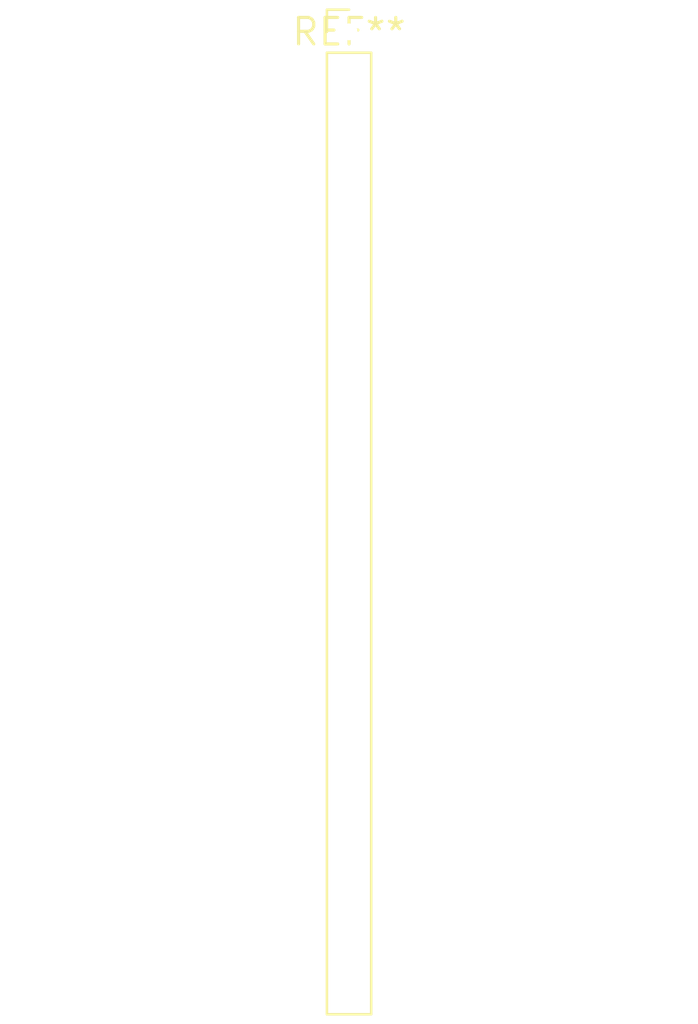
<source format=kicad_pcb>
(kicad_pcb (version 20240108) (generator pcbnew)
  (layers (0 "F.Cu" signal) (31 "B.Cu" signal) (34 "B.Paste" user) (35 "F.Paste" user) (36 "B.SilkS" user "B.Silkscreen") (37 "F.SilkS" user "F.Silkscreen") (38 "B.Mask" user) (39 "F.Mask" user) (44 "Edge.Cuts" user))
  (net 0 "")
  (footprint "PinHeader_1x24_P2.00mm_Vertical" (layer "F.Cu") (at 0 0)
    (property "Reference" "REF**")
    (property "Value" "PinHeader_1x24_P2.00mm_Vertical")
    (fp_line (start -1.06 -1.06) (end 0 -1.06) (layer "F.SilkS") (stroke (width 0.12)))
    (fp_line (start -1.06 0) (end -1.06 -1.06) (layer "F.SilkS") (stroke (width 0.12)))
    (fp_line (start -1.06 1) (end -1.06 47.06) (layer "F.SilkS") (stroke (width 0.12)))
    (fp_line (start -1.06 1) (end 1.06 1) (layer "F.SilkS") (stroke (width 0.12)))
    (fp_line (start -1.06 47.06) (end 1.06 47.06) (layer "F.SilkS") (stroke (width 0.12)))
    (fp_line (start 1.06 1) (end 1.06 47.06) (layer "F.SilkS") (stroke (width 0.12)))
    (pad "1" thru_hole rect (at 0 0) (size 1.35 1.35) (drill 0.8) (layers *.Cu *.Mask) (remove_unused_layers))
    (pad "2" thru_hole oval (at 0 2) (size 1.35 1.35) (drill 0.8) (layers *.Cu *.Mask) (remove_unused_layers))
    (pad "3" thru_hole oval (at 0 4) (size 1.35 1.35) (drill 0.8) (layers *.Cu *.Mask) (remove_unused_layers))
    (pad "4" thru_hole oval (at 0 6) (size 1.35 1.35) (drill 0.8) (layers *.Cu *.Mask) (remove_unused_layers))
    (pad "5" thru_hole oval (at 0 8) (size 1.35 1.35) (drill 0.8) (layers *.Cu *.Mask) (remove_unused_layers))
    (pad "6" thru_hole oval (at 0 10) (size 1.35 1.35) (drill 0.8) (layers *.Cu *.Mask) (remove_unused_layers))
    (pad "7" thru_hole oval (at 0 12) (size 1.35 1.35) (drill 0.8) (layers *.Cu *.Mask) (remove_unused_layers))
    (pad "8" thru_hole oval (at 0 14) (size 1.35 1.35) (drill 0.8) (layers *.Cu *.Mask) (remove_unused_layers))
    (pad "9" thru_hole oval (at 0 16) (size 1.35 1.35) (drill 0.8) (layers *.Cu *.Mask) (remove_unused_layers))
    (pad "10" thru_hole oval (at 0 18) (size 1.35 1.35) (drill 0.8) (layers *.Cu *.Mask) (remove_unused_layers))
    (pad "11" thru_hole oval (at 0 20) (size 1.35 1.35) (drill 0.8) (layers *.Cu *.Mask) (remove_unused_layers))
    (pad "12" thru_hole oval (at 0 22) (size 1.35 1.35) (drill 0.8) (layers *.Cu *.Mask) (remove_unused_layers))
    (pad "13" thru_hole oval (at 0 24) (size 1.35 1.35) (drill 0.8) (layers *.Cu *.Mask) (remove_unused_layers))
    (pad "14" thru_hole oval (at 0 26) (size 1.35 1.35) (drill 0.8) (layers *.Cu *.Mask) (remove_unused_layers))
    (pad "15" thru_hole oval (at 0 28) (size 1.35 1.35) (drill 0.8) (layers *.Cu *.Mask) (remove_unused_layers))
    (pad "16" thru_hole oval (at 0 30) (size 1.35 1.35) (drill 0.8) (layers *.Cu *.Mask) (remove_unused_layers))
    (pad "17" thru_hole oval (at 0 32) (size 1.35 1.35) (drill 0.8) (layers *.Cu *.Mask) (remove_unused_layers))
    (pad "18" thru_hole oval (at 0 34) (size 1.35 1.35) (drill 0.8) (layers *.Cu *.Mask) (remove_unused_layers))
    (pad "19" thru_hole oval (at 0 36) (size 1.35 1.35) (drill 0.8) (layers *.Cu *.Mask) (remove_unused_layers))
    (pad "20" thru_hole oval (at 0 38) (size 1.35 1.35) (drill 0.8) (layers *.Cu *.Mask) (remove_unused_layers))
    (pad "21" thru_hole oval (at 0 40) (size 1.35 1.35) (drill 0.8) (layers *.Cu *.Mask) (remove_unused_layers))
    (pad "22" thru_hole oval (at 0 42) (size 1.35 1.35) (drill 0.8) (layers *.Cu *.Mask) (remove_unused_layers))
    (pad "23" thru_hole oval (at 0 44) (size 1.35 1.35) (drill 0.8) (layers *.Cu *.Mask) (remove_unused_layers))
    (pad "24" thru_hole oval (at 0 46) (size 1.35 1.35) (drill 0.8) (layers *.Cu *.Mask) (remove_unused_layers))
  )
)
</source>
